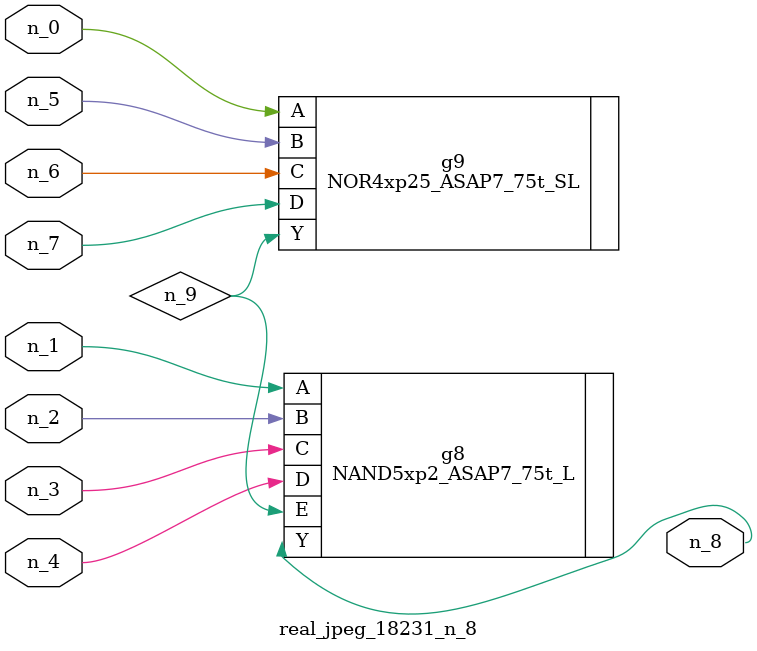
<source format=v>
module real_jpeg_18231_n_8 (n_5, n_4, n_0, n_1, n_2, n_6, n_7, n_3, n_8);

input n_5;
input n_4;
input n_0;
input n_1;
input n_2;
input n_6;
input n_7;
input n_3;

output n_8;

wire n_9;

NOR4xp25_ASAP7_75t_SL g9 ( 
.A(n_0),
.B(n_5),
.C(n_6),
.D(n_7),
.Y(n_9)
);

NAND5xp2_ASAP7_75t_L g8 ( 
.A(n_1),
.B(n_2),
.C(n_3),
.D(n_4),
.E(n_9),
.Y(n_8)
);


endmodule
</source>
